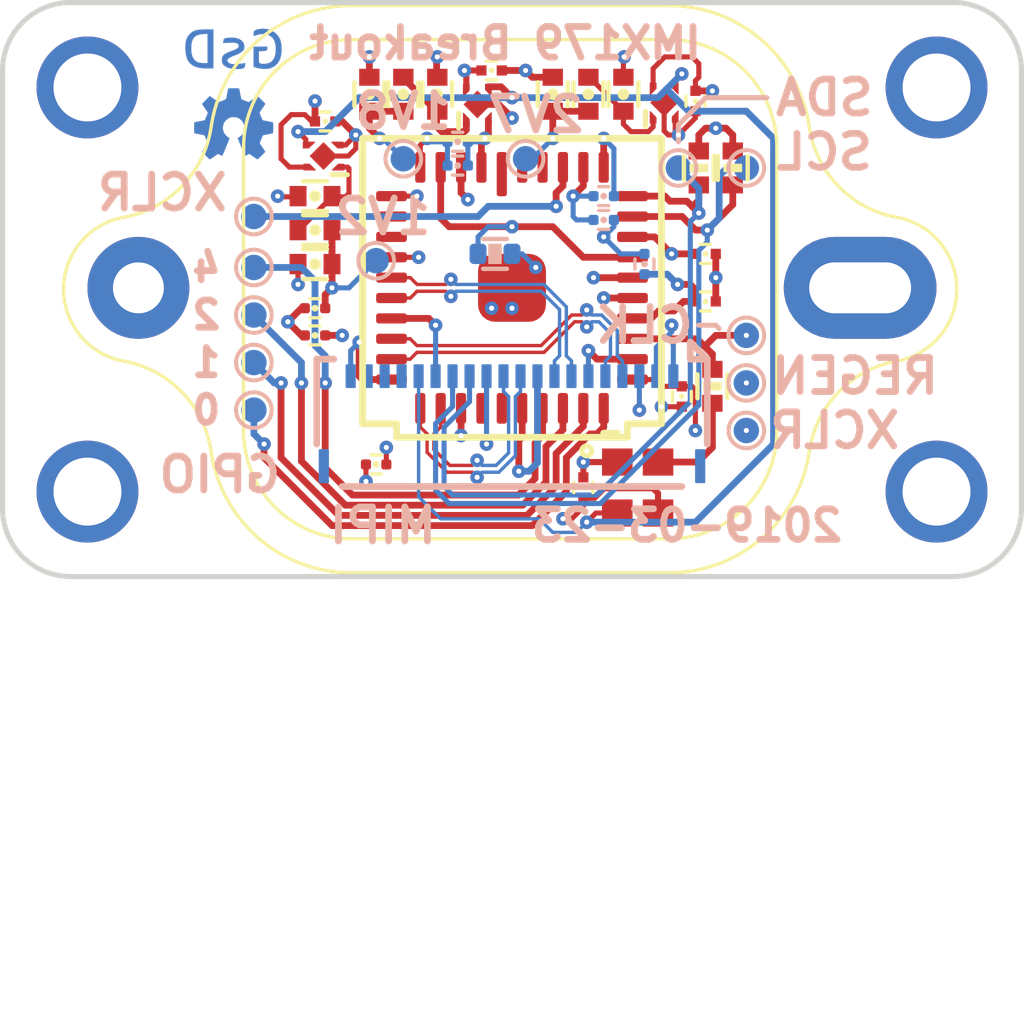
<source format=kicad_pcb>
(kicad_pcb (version 20221018) (generator pcbnew)
  (layers (0 "F.Cu" signal) (1 "In1.Cu" signal) (2 "In2.Cu" signal) (31 "B.Cu" signal) (34 "B.Paste" user) (35 "F.Paste" user) (36 "B.SilkS" user "B.Silkscreen") (37 "F.SilkS" user "F.Silkscreen") (38 "B.Mask" user) (39 "F.Mask" user) (44 "Edge.Cuts" user))
  (net 0 "")
  (net 1 "+1V8")
  (net 2 "GND")
  (net 3 "+1V2")
  (net 4 "+2V7")
  (net 5 "/AGND")
  (net 6 "/CAM_SDA")
  (net 7 "/CAM_SCL")
  (net 8 "Net-(C1-Pad1)")
  (net 9 "Net-(C3-Pad1)")
  (net 10 "Net-(C9-Pad1)")
  (net 11 "Net-(R3-Pad1)")
  (net 12 "/ENABLE")
  (net 13 "+3V3")
  (net 14 "/GPIO2")
  (net 15 "/FPGA_IO_1")
  (net 16 "/FPGA_IO_2")
  (net 17 "/FPGA_IO_3")
  (net 18 "/CLK_P")
  (net 19 "/DATA0_P")
  (net 20 "/DATA0_N")
  (net 21 "/DATA1_P")
  (net 22 "/DATA1_N")
  (net 23 "/CLK_N")
  (net 24 "Net-(U3-Pad1)")
  (net 25 "Net-(U3-Pad40)")
  (net 26 "Net-(U3-Pad39)")
  (net 27 "Net-(U3-Pad8)")
  (net 28 "Net-(U3-Pad7)")
  (net 29 "Net-(U3-Pad20)")
  (net 30 "Net-(U3-Pad19)")
  (net 31 "/XSD")
  (net 32 "/GPIO0")
  (net 33 "/REGEN")
  (net 34 "/XCLR")
  (net 35 "/GPIO1")
  (net 36 "/GPIO3")
  (net 37 "/CLK_IN")
  (footprint "pkl_dipol:C_0201" (layer "F.Cu") (at 148.4 101.26 -90)
    (fp_text reference "C13" hide)
    (fp_text value "100nF" hide)
  )
  (footprint "pkl_dipol:R_0402" (layer "F.Cu") (at 152.2 98.28 90)
    (fp_text reference "R3" hide)
    (fp_text value "22R" hide)
  )
  (footprint "gkl_time:CDFN3225-4LD-PL-1" (layer "F.Cu") (at 150 101.26 -90)
    (fp_text reference "U5" hide)
    (fp_text value "24.00 MHz" hide)
  )
  (footprint "TestPoint:TestPoint_Loop_D3.80mm_Drill2.0mm" (layer "F.Cu") (at 135.3 95.38)
    (fp_text reference "REF**" hide)
    (fp_text value "Drill" hide)
  )
  (footprint "TestPoint:TestPoint_Loop_D3.80mm_Drill2.0mm" (layer "F.Cu") (at 158.05 95.38)
    (fp_text reference "REF**" hide)
    (fp_text value "Drill" hide)
  )
  (footprint "TestPoint:TestPoint_Loop_D3.80mm_Drill2.0mm" (layer "F.Cu") (at 133.8 89.48)
    (fp_text reference "REF**" hide)
    (fp_text value "Drill" hide)
  )
  (footprint "TestPoint:TestPoint_Loop_D3.80mm_Drill2.0mm" (layer "F.Cu") (at 158.8 89.48)
    (fp_text reference "REF**" hide)
    (fp_text value "Drill" hide)
  )
  (footprint "pkl_dipol:C_0201" (layer "F.Cu") (at 140.5 96.78 180)
    (fp_text reference "C19" hide)
    (fp_text value "100nF" hide)
  )
  (footprint "pkl_dipol:C_0201" (layer "F.Cu") (at 142.3 100.58)
    (fp_text reference "C21" hide)
    (fp_text value "100nF" hide)
  )
  (footprint "pkl_dipol:C_0201" (layer "F.Cu") (at 140.5 95.98 180)
    (fp_text reference "C25" hide)
    (fp_text value "100nF" hide)
  )
  (footprint "gkl_image:PLCC-40_sony" (layer "F.Cu") (at 146.3 95.38)
    (fp_text reference "U3" hide)
    (fp_text value "imx179-plcc40" hide)
  )
  (footprint "pkl_dipol:C_0402" (layer "F.Cu") (at 148.55 89.68 90)
    (fp_text reference "L3" hide)
    (fp_text value "600R" hide)
  )
  (footprint "pkl_dipol:C_0201" (layer "F.Cu") (at 152 95.78)
    (fp_text reference "C12" hide)
    (fp_text value "100nF" hide)
  )
  (footprint "pkl_dipol:C_0402" (layer "F.Cu") (at 149.58 89.68 90)
    (fp_text reference "C9" hide)
    (fp_text value "1uF" hide)
  )
  (footprint "pkl_dipol:C_0201" (layer "F.Cu") (at 151.3 98.58 -90)
    (fp_text reference "C7" hide)
    (fp_text value "100nF" hide)
  )
  (footprint "pkl_dipol:C_0402" (layer "F.Cu") (at 140.5 93.68 180)
    (fp_text reference "L1" hide)
    (fp_text value "600R" hide)
  )
  (footprint "pkl_dipol:C_0402" (layer "F.Cu") (at 140.5 94.68 180)
    (fp_text reference "C5" hide)
    (fp_text value "1uF" hide)
  )
  (footprint "pkl_dipol:C_0402" (layer "F.Cu") (at 142.1 89.68 90)
    (fp_text reference "C10" hide)
    (fp_text value "1uF" hide)
  )
  (footprint "gkl_housings_son:X2SON_4_1.0x1.0mm" (layer "F.Cu") (at 145.28 89.98 90)
    (fp_text reference "U2" hide)
    (fp_text value "NCP167-180" hide)
  )
  (footprint "pkl_dipol:C_0201" (layer "F.Cu") (at 152 94.38)
    (fp_text reference "C14" hide)
    (fp_text value "100nF" hide)
  )
  (footprint "pkl_dipol:C_0402" (layer "F.Cu") (at 147.5 89.68 90)
    (fp_text reference "C11" hide)
    (fp_text value "1uF" hide)
  )
  (footprint "pkl_dipol:C_0201" (layer "F.Cu") (at 140.8 90.48)
    (fp_text reference "C15" hide)
    (fp_text value "100nF" hide)
  )
  (footprint "gkl_housings_son:X2SON_4_1.0x1.0mm" (layer "F.Cu") (at 150.78 89.93 90)
    (fp_text reference "U4" hide)
    (fp_text value "NCP167-270" hide)
  )
  (footprint "gkl_housings_son:X2SON_4_1.0x1.0mm" (layer "F.Cu") (at 140.75 91.5 180)
    (fp_text reference "U1" hide)
    (fp_text value "NCP114-120" hide)
  )
  (footprint "pkl_dipol:C_0201" (layer "F.Cu") (at 151.7 89.88 -90)
    (fp_text reference "C17" hide)
    (fp_text value "100nF" hide)
  )
  (footprint "pkl_dipol:C_0201" (layer "F.Cu") (at 145.7 88.98)
    (fp_text reference "C16" hide)
    (fp_text value "100nF" hide)
  )
  (footprint "pkl_dipol:C_0402" (layer "F.Cu") (at 144.1 89.68 90)
    (fp_text reference "C1" hide)
    (fp_text value "1uF" hide)
  )
  (footprint "pkl_dipol:C_0402" (layer "F.Cu") (at 140.5 92.68 180)
    (fp_text reference "C3" hide)
    (fp_text value "1uF" hide)
  )
  (footprint "TestPoint:TestPoint_Loop_D3.80mm_Drill2.0mm" (layer "F.Cu") (at 133.8 101.38)
    (fp_text reference "REF**" hide)
    (fp_text value "Drill" hide)
  )
  (footprint "TestPoint:TestPoint_Loop_D3.80mm_Drill2.0mm" (layer "F.Cu") (at 158.8 101.38)
    (fp_text reference "REF**" hide)
    (fp_text value "Drill" hide)
  )
  (footprint "pkl_dipol:C_0402" (layer "F.Cu") (at 143.1 89.68 90)
    (fp_text reference "L2" hide)
    (fp_text value "600R" hide)
  )
  (footprint "pkl_dipol:R_0402" (layer "F.Cu") (at 151.8 91.85 -90)
    (fp_text reference "R2" hide)
    (fp_text value "2.2K" hide)
  )
  (footprint "pkl_dipol:R_0402" (layer "F.Cu") (at 152.8 91.85 -90)
    (fp_text reference "R1" hide)
    (fp_text value "2.2K" hide)
  )
  (footprint "TestPoint:TestPoint_Pad_D1.0mm" (layer "B.Cu") (at 153.2 91.85)
    (fp_text reference "REF**" hide)
    (fp_text value "tp1" hide)
  )
  (footprint "TestPoint:TestPoint_Pad_D1.0mm" (layer "B.Cu") (at 151.2 91.85)
    (fp_text reference "REF**" hide)
    (fp_text value "tp1" hide)
  )
  (footprint "pkl_dipol:C_0201" (layer "B.Cu") (at 144.7 91.08)
    (fp_text reference "C18" hide)
    (fp_text value "100nF" hide)
  )
  (footprint "pkl_dipol:C_0201" (layer "B.Cu") (at 150.2 94.68 90)
    (fp_text reference "C20" hide)
    (fp_text value "100nF" hide)
  )
  (footprint "pkl_dipol:C_0201" (layer "B.Cu") (at 149 93.38)
    (fp_text reference "C22" hide)
    (fp_text value "100nF" hide)
  )
  (footprint "pkl_dipol:C_0201" (layer "B.Cu") (at 149 92.68)
    (fp_text reference "C23" hide)
    (fp_text value "100nF" hide)
  )
  (footprint "pkl_dipol:C_0201" (layer "B.Cu") (at 144.7 91.78)
    (fp_text reference "C24" hide)
    (fp_text value "100nF" hide)
  )
  (footprint "pkl_dipol:R_0402" (layer "B.Cu") (at 145.8 94.38)
    (fp_text reference "R4" hide)
    (fp_text value "0R" hide)
  )
  (footprint "TestPoint:TestPoint_Pad_D1.0mm" (layer "B.Cu") (at 142.3 94.58)
    (fp_text reference "REF**" hide)
    (fp_text value "tp1" hide)
  )
  (footprint "TestPoint:TestPoint_Pad_D1.0mm" (layer "B.Cu") (at 146.7 91.58)
    (fp_text reference "REF**" hide)
    (fp_text value "tp1" hide)
  )
  (footprint "TestPoint:TestPoint_Pad_D1.0mm" (layer "B.Cu") (at 143.1 91.58)
    (fp_text reference "REF**" hide)
    (fp_text value "tp1" hide)
  )
  (footprint "TestPoint:TestPoint_Pad_D1.0mm" (layer "B.Cu") (at 153.2 96.78)
    (fp_text reference "REF**" hide)
    (fp_text value "tp1" hide)
  )
  (footprint "gkl_logos:gsd_logo_small" (layer "B.Cu") (at 138.1 88.43 180)
    (fp_text reference "G***" hide)
    (fp_text value "LOGO" hide)
  )
  (footprint "gkl_logos:oshw_small" (layer "B.Cu") (at 138.1 90.58 180)
    (fp_text reference "G***" hide)
    (fp_text value "LOGO" hide)
  )
  (footprint "5034802000" (layer "B.Cu") (at 146.3 97.98 180)
    (fp_text reference "J1" hide)
    (fp_text value "Conn_01x20" hide)
  )
  (footprint "TestPoint:TestPoint_Pad_D1.0mm" (layer "B.Cu") (at 138.7 93.28)
    (fp_text reference "REF**" hide)
    (fp_text value "tp1" hide)
  )
  (footprint "TestPoint:TestPoint_Pad_D1.0mm" (layer "B.Cu") (at 138.7 94.78)
    (fp_text reference "REF**" hide)
    (fp_text value "tp1" hide)
  )
  (footprint "TestPoint:TestPoint_Pad_D1.0mm" (layer "B.Cu") (at 138.7 96.18)
    (fp_text reference "REF**" hide)
    (fp_text value "tp1" hide)
  )
  (footprint "TestPoint:TestPoint_Pad_D1.0mm" (layer "B.Cu") (at 138.7 97.58)
    (fp_text reference "REF**" hide)
    (fp_text value "tp1" hide)
  )
  (footprint "TestPoint:TestPoint_Pad_D1.0mm" (layer "B.Cu") (at 138.7 98.98)
    (fp_text reference "REF**" hide)
    (fp_text value "tp1" hide)
  )
  (footprint "TestPoint:TestPoint_Pad_D1.0mm" (layer "B.Cu") (at 153.2 98.18)
    (fp_text reference "REF**" hide)
    (fp_text value "tp1" hide)
  )
  (footprint "TestPoint:TestPoint_Pad_D1.0mm" (layer "B.Cu") (at 153.2 99.58)
    (fp_text reference "REF**" hide)
    (fp_text value "tp1" hide)
  )
  (gr_line (start 151.2 90.58) (end 151.2 91.08) (stroke (width 0.15)) (layer "B.SilkS"))
  (gr_line (start 152 89.78) (end 151.2 90.58) (stroke (width 0.15)) (layer "B.SilkS"))
  (gr_line (start 151.8 96.48) (end 152.3 96.48) (stroke (width 0.15)) (layer "B.SilkS"))
  (gr_line (start 152.3 96.48) (end 152.4 96.58) (stroke (width 0.15)) (layer "B.SilkS"))
  (gr_line (start 153.8 89.78) (end 152 89.78) (stroke (width 0.15)) (layer "B.SilkS"))
  (gr_arc (start 150.922427 88.070039) (mid 153.167491 88.999975) (end 154.097427 91.245039) (stroke (width 0.1)) (layer "F.SilkS"))
  (gr_arc (start 157.629956 93.304343) (mid 155.912548 92.387195) (end 155.053363 90.640068) (stroke (width 0.1)) (layer "F.SilkS"))
  (gr_arc (start 150.922427 87.070039) (mid 153.652342 88.086212) (end 155.053363 90.640068) (stroke (width 0.1)) (layer "F.SilkS"))
  (gr_line (start 141.572427 103.770039) (end 150.922427 103.770039) (stroke (width 0.1)) (layer "F.SilkS"))
  (gr_arc (start 155.053363 100.20001) (mid 155.912548 98.452883) (end 157.629956 97.535735) (stroke (width 0.1)) (layer "F.SilkS"))
  (gr_arc (start 137.441491 90.640068) (mid 136.582306 92.387195) (end 134.864898 93.304343) (stroke (width 0.1)) (layer "F.SilkS"))
  (gr_arc (start 141.572427 102.770039) (mid 139.327363 101.840103) (end 138.397427 99.595039) (stroke (width 0.1)) (layer "F.SilkS"))
  (gr_line (start 138.397427 99.595039) (end 138.397427 91.245039) (stroke (width 0.1)) (layer "F.SilkS"))
  (gr_arc (start 138.397427 91.245039) (mid 139.327363 88.999975) (end 141.572427 88.070039) (stroke (width 0.1)) (layer "F.SilkS"))
  (gr_arc (start 134.864898 97.535735) (mid 136.582306 98.452883) (end 137.441491 100.20001) (stroke (width 0.1)) (layer "F.SilkS"))
  (gr_line (start 150.922427 102.770039) (end 141.572427 102.770039) (stroke (width 0.1)) (layer "F.SilkS"))
  (gr_line (start 154.097427 91.245039) (end 154.097427 99.595039) (stroke (width 0.1)) (layer "F.SilkS"))
  (gr_arc (start 134.864898 97.535735) (mid 133.097427 95.420039) (end 134.864898 93.304343) (stroke (width 0.1)) (layer "F.SilkS"))
  (gr_arc (start 137.441491 90.640068) (mid 138.842512 88.086212) (end 141.572427 87.070039) (stroke (width 0.1)) (layer "F.SilkS"))
  (gr_circle (center 148.5 100.18) (end 148.55 100.23) (stroke (width 0.15)) (fill none) (layer "F.SilkS"))
  (gr_arc (start 157.629956 93.304343) (mid 159.397427 95.420039) (end 157.629956 97.535735) (stroke (width 0.1)) (layer "F.SilkS"))
  (gr_arc (start 155.053363 100.20001) (mid 153.652342 102.753866) (end 150.922427 103.770039) (stroke (width 0.1)) (layer "F.SilkS"))
  (gr_line (start 150.922427 87.070039) (end 141.572427 87.070039) (stroke (width 0.1)) (layer "F.SilkS"))
  (gr_line (start 141.572427 88.070039) (end 150.922427 88.070039) (stroke (width 0.1)) (layer "F.SilkS"))
  (gr_arc (start 141.572427 103.770039) (mid 138.842512 102.753866) (end 137.441491 100.20001) (stroke (width 0.1)) (layer "F.SilkS"))
  (gr_arc (start 154.097427 99.595039) (mid 153.167491 101.840103) (end 150.922427 102.770039) (stroke (width 0.1)) (layer "F.SilkS"))
  (gr_arc (start 159.3 86.979999) (mid 160.714214 87.565786) (end 161.300001 88.98) (stroke (width 0.15)) (layer "Edge.Cuts"))
  (gr_line (start 133.3 103.88) (end 159.3 103.88) (stroke (width 0.15)) (layer "Edge.Cuts"))
  (gr_arc (start 133.3 103.880001) (mid 131.885786 103.294214) (end 131.299999 101.88) (stroke (width 0.15)) (layer "Edge.Cuts"))
  (gr_arc (start 161.300001 101.88) (mid 160.714214 103.294214) (end 159.3 103.880001) (stroke (width 0.15)) (layer "Edge.Cuts"))
  (gr_arc (start 131.3 88.98) (mid 131.885786 87.565786) (end 133.3 86.98) (stroke (width 0.15)) (layer "Edge.Cuts"))
  (gr_line (start 159.3 86.98) (end 133.3 86.98) (stroke (width 0.15)) (layer "Edge.Cuts"))
  (gr_line (start 131.3 88.98) (end 131.299999 101.88) (stroke (width 0.15)) (layer "Edge.Cuts"))
  (gr_line (start 161.3 101.88) (end 161.3 88.98) (stroke (width 0.15)) (layer "Edge.Cuts"))
  (gr_text "SDA" (at 155.5 89.78) (layer "B.SilkS") (effects (font (size 1 1) (thickness 0.2)) (justify mirror)))
  (gr_text "IMX179 Breakout" (at 146.1 88.18) (layer "B.SilkS") (effects (font (size 0.9 0.9) (thickness 0.2)) (justify mirror)))
  (gr_text "1V2\n" (at 142.5 93.28) (layer "B.SilkS") (effects (font (size 1 1) (thickness 0.2)) (justify mirror)))
  (gr_text "1V8" (at 143.1 90.18) (layer "B.SilkS") (effects (font (size 1 1) (thickness 0.2)) (justify mirror)))
  (gr_text "2V7" (at 147 90.28) (layer "B.SilkS") (effects (font (size 1 1) (thickness 0.2)) (justify mirror)))
  (gr_text "MIPI" (at 142.5 102.38) (layer "B.SilkS") (effects (font (size 1 1) (thickness 0.2)) (justify mirror)))
  (gr_text "CLK\n" (at 150.2 96.48) (layer "B.SilkS") (effects (font (size 1 1) (thickness 0.2)) (justify mirror)))
  (gr_text "REGEN" (at 156.4 97.98) (layer "B.SilkS") (effects (font (size 1 1) (thickness 0.2)) (justify mirror)))
  (gr_text "XCLR" (at 155.8 99.58) (layer "B.SilkS") (effects (font (size 1 1) (thickness 0.2)) (justify mirror)))
  (gr_text "XCLR" (at 136 92.58) (layer "B.SilkS") (effects (font (size 1 1) (thickness 0.2)) (justify mirror)))
  (gr_text "GPIO" (at 137.7 100.88) (layer "B.SilkS") (effects (font (size 1 1) (thickness 0.2)) (justify mirror)))
  (gr_text "1" (at 137.3 97.58) (layer "B.SilkS") (effects (font (size 0.8 0.8) (thickness 0.2)) (justify mirror)))
  (gr_text "2" (at 137.3 96.18) (layer "B.SilkS") (effects (font (size 0.8 0.8) (thickness 0.2)) (justify mirror)))
  (gr_text "4" (at 137.3 94.78) (layer "B.SilkS") (effects (font (size 0.8 0.8) (thickness 0.2)) (justify mirror)))
  (gr_text "2019-03-23" (at 151.45 102.38) (layer "B.SilkS") (effects (font (size 0.9 0.9) (thickness 0.2)) (justify mirror)))
  (gr_text "SCL" (at 155.5 91.38) (layer "B.SilkS") (effects (font (size 1 1) (thickness 0.2)) (justify mirror)))
  (gr_text "0" (at 137.3 98.98) (layer "B.SilkS") (effects (font (size 0.8 0.8) (thickness 0.2)) (justify mirror)))
  (segment (start 150.4 96.28) (end 150.62071 96.05929) (width 0.2) (layer "F.Cu") (net 1))
  (segment (start 149.4 100.51) (end 148.4 100.51) (width 0.18) (layer "F.Cu") (net 1))
  (segment (start 152.8 91.35) (end 152.8 90.88) (width 0.2) (layer "F.Cu") (net 1))
  (segment (start 152.8 90.88) (end 152.6 90.68) (width 0.2) (layer "F.Cu") (net 1))
  (segment (start 148.4 100.96) (end 148.4 100.510012) (width 0.15) (layer "F.Cu") (net 1))
  (segment (start 152.6 90.68) (end 152.3 90.68) (width 0.2) (layer "F.Cu") (net 1))
  (segment (start 150.62071 96.05929) (end 151.07071 96.05929) (width 0.2) (layer "F.Cu") (net 1))
  (segment (start 140.8 96.78) (end 141.3 96.78) (width 0.2) (layer "F.Cu") (net 1))
  (segment (start 151.7 95.43) (end 151.7 95.78) (width 0.2) (layer "F.Cu") (net 1))
  (segment (start 152 90.68) (end 152.3 90.68) (width 0.2) (layer "F.Cu") (net 1))
  (segment (start 151.07071 96.05929) (end 151.35 95.78) (width 0.2) (layer "F.Cu") (net 1))
  (segment (start 142.1 90.68) (end 142.4 90.98) (width 0.2) (layer "F.Cu") (net 1))
  (segment (start 148.4 100.51) (end 148.4 100.96) (width 0.18) (layer "F.Cu") (net 1))
  (segment (start 142.1 90.18) (end 143.1 90.18) (width 0.2) (layer "F.Cu") (net 1))
  (segment (start 151.8 91.35) (end 151.8 90.88) (width 0.2) (layer "F.Cu") (net 1))
  (segment (start 142.1 90.18) (end 142.1 90.68) (width 0.2) (layer "F.Cu") (net 1))
  (segment (start 142 100.58) (end 142 101.08) (width 0.15) (layer "F.Cu") (net 1))
  (segment (start 151.55 95.28) (end 151.7 95.43) (width 0.2) (layer "F.Cu") (net 1))
  (segment (start 151.175 95.28) (end 151.55 95.28) (width 0.2) (layer "F.Cu") (net 1))
  (segment (start 151.35 95.78) (end 151.7 95.78) (width 0.2) (layer "F.Cu") (net 1))
  (segment (start 149.8475 96.28) (end 150.4 96.28) (width 0.2) (layer "F.Cu") (net 1))
  (segment (start 151.8 90.88) (end 152 90.68) (width 0.2) (layer "F.Cu") (net 1))
  (via (at 152.3 90.68) (size 0.4) (drill 0.15) (layers "F.Cu" "B.Cu") (net 1))
  (via (at 141.3 96.78) (size 0.4) (drill 0.15) (layers "F.Cu" "B.Cu") (net 1))
  (via (at 142.4 90.98) (size 0.4) (drill 0.15) (layers "F.Cu" "B.Cu") (net 1))
  (via (at 151.175 95.28) (size 0.4) (drill 0.15) (layers "F.Cu" "B.Cu") (net 1))
  (via (at 148.4 100.510012) (size 0.4) (drill 0.15) (layers "F.Cu" "B.Cu") (net 1))
  (via (at 142 101.08) (size 0.4) (drill 0.15) (layers "F.Cu" "B.Cu") (net 1))
  (segment (start 150.2 94.98) (end 150.875 94.98) (width 0.2) (layer "B.Cu") (net 1))
  (segment (start 150.875 94.98) (end 151.175 95.28) (width 0.2) (layer "B.Cu") (net 1))
  (segment (start 142.4 90.98) (end 142.5 90.98) (width 0.15) (layer "B.Cu") (net 1))
  (segment (start 142.5 90.98) (end 143.1 91.58) (width 0.15) (layer "B.Cu") (net 1))
  (segment (start 143.85 96.28) (end 144.05 96.48) (width 0.2) (layer "F.Cu") (net 2))
  (segment (start 148.4 101.840933) (end 148.060933 102.18) (width 0.15) (layer "F.Cu") (net 2))
  (segment (start 149.8475 97.48) (end 148.8 97.48) (width 0.2) (layer "F.Cu") (net 2))
  (segment (start 141.25 91.175) (end 141.405 91.175) (width 0.15) (layer "F.Cu") (net 2))
  (segment (start 146.5 100.78) (end 146.5 99.88) (width 0.2) (layer "F.Cu") (net 2))
  (segment (start 144.08 89.18) (end 144.08 88.6) (width 0.2) (layer "F.Cu") (net 2))
  (segment (start 146.5 99.88) (end 146.6 99.78) (width 0.2) (layer "F.Cu") (net 2))
  (segment (start 149.58 88.6) (end 149.6 88.58) (width 0.15) (layer "F.Cu") (net 2))
  (segment (start 142.7525 94.48) (end 143.55 94.48) (width 0.15) (layer "F.Cu") (net 2))
  (segment (start 139.42 92.7) (end 139.4 92.68) (width 0.15) (layer "F.Cu") (net 2))
  (segment (start 141.8 97.98) (end 141.8 97.262842) (width 0.2) (layer "F.Cu") (net 2))
  (segment (start 150.78 89.93) (end 150.78 90.76) (width 0.15) (layer "F.Cu") (net 2))
  (segment (start 146.9 89.18) (end 146.7 88.98) (width 0.2) (layer "F.Cu") (net 2))
  (segment (start 145.4 91.08) (end 145.5 90.98) (width 0.2) (layer "F.Cu") (net 2))
  (segment (start 150.6 102.01) (end 150.6 101.43) (width 0.18) (layer "F.Cu") (net 2))
  (segment (start 146 88.98) (end 146.7 88.98) (width 0.2) (layer "F.Cu") (net 2))
  (segment (start 152.3 94.38) (end 152.3 95.08) (width 0.2) (layer "F.Cu") (net 2))
  (segment (start 150.6 101.43) (end 150.45 101.28) (width 0.18) (layer "F.Cu") (net 2))
  (segment (start 149.01 101.28) (end 148.73 101.56) (width 0.18) (layer "F.Cu") (net 2))
  (segment (start 142.7525 98.08) (end 141.9 98.08) (width 0.2) (layer "F.Cu") (net 2))
  (segment (start 141.8 97.262842) (end 141.8 96.98) (width 0.2) (layer "F.Cu") (net 2))
  (segment (start 141.1 90.48) (end 141.3 90.48) (width 0.2) (layer "F.Cu") (net 2))
  (segment (start 151.105 90.43) (end 151.105 90.785) (width 0.15) (layer "F.Cu") (net 2))
  (segment (start 148.73 101.56) (end 148.4 101.56) (width 0.18) (layer "F.Cu") (net 2))
  (segment (start 141.7 91.28) (end 141.7 90.88) (width 0.15) (layer "F.Cu") (net 2))
  (segment (start 147.5 89.18) (end 146.9 89.18) (width 0.2) (layer "F.Cu") (net 2))
  (segment (start 142.1 89.18) (end 142.1 88.58) (width 0.2) (layer "F.Cu") (net 2))
  (segment (start 149 91.8325) (end 149 90.98) (width 0.2) (layer "F.Cu") (net 2))
  (segment (start 145.4 91.8325) (end 145.4 91.08) (width 0.2) (layer "F.Cu") (net 2))
  (segment (start 149.58 89.18) (end 149.58 88.6) (width 0.15) (layer "F.Cu") (net 2))
  (segment (start 151.3 98.88) (end 150.7 98.88) (width 0.15) (layer "F.Cu") (net 2))
  (segment (start 141.3 90.48) (end 141.7 90.88) (width 0.2) (layer "F.Cu") (net 2))
  (segment (start 150.9 90.88) (end 151.2 90.88) (width 0.15) (layer "F.Cu") (net 2))
  (segment (start 150.45 101.28) (end 149.01 101.28) (width 0.18) (layer "F.Cu") (net 2))
  (segment (start 152.3 95.78) (end 152.3 95.08) (width 0.2) (layer "F.Cu") (net 2))
  (segment (start 151.7 90.38) (end 151.2 90.88) (width 0.15) (layer "F.Cu") (net 2))
  (segment (start 145.907998 89.98) (end 146.3 90.372002) (width 0.2) (layer "F.Cu") (net 2))
  (segment (start 142.6 100.58) (end 142.6 100.08) (width 0.15) (layer "F.Cu") (net 2))
  (segment (start 145.605 90.875) (end 145.5 90.98) (width 0.2) (layer "F.Cu") (net 2))
  (segment (start 141.405 91.175) (end 141.7 90.88) (width 0.15) (layer "F.Cu") (net 2))
  (segment (start 140.1 96.78) (end 139.7 96.38) (width 0.2) (layer "F.Cu") (net 2))
  (segment (start 140.1 95.98) (end 139.7 96.38) (width 0.2) (layer "F.Cu") (net 2))
  (segment (start 144.08 88.6) (end 144.1 88.58) (width 0.2) (layer "F.Cu") (net 2))
  (segment (start 145.605 90.48) (end 145.605 90.875) (width 0.2) (layer "F.Cu") (net 2))
  (segment (start 148.8 97.48) (end 148.55 97.23) (width 0.2) (layer "F.Cu") (net 2))
  (segment (start 140.000001 92.7) (end 139.42 92.7) (width 0.15) (layer "F.Cu") (net 2))
  (segment (start 151.7 90.18) (end 151.7 90.38) (width 0.15) (layer "F.Cu") (net 2))
  (segment (start 145.28 89.98) (end 145.907998 89.98) (width 0.2) (layer "F.Cu") (net 2))
  (segment (start 140 95.279992) (end 139.999992 95.28) (width 0.15) (layer "F.Cu") (net 2))
  (segment (start 141.9 98.08) (end 141.8 97.98) (width 0.2) (layer "F.Cu") (net 2))
  (segment (start 150.78 90.76) (end 150.9 90.88) (width 0.15) (layer "F.Cu") (net 2))
  (segment (start 140.2 96.78) (end 140.1 96.78) (width 0.2) (layer "F.Cu") (net 2))
  (segment (start 144.8 98.9275) (end 144.8 99.73) (width 0.2) (layer "F.Cu") (net 2))
  (segment (start 146.6 98.9275) (end 146.6 99.78) (width 0.2) (layer "F.Cu") (net 2))
  (segment (start 140 94.68) (end 140 95.279992) (width 0.15) (layer "F.Cu") (net 2))
  (segment (start 142.7525 96.28) (end 143.85 96.28) (width 0.2) (layer "F.Cu") (net 2))
  (segment (start 148.060933 102.18) (end 147.8 102.18) (width 0.15) (layer "F.Cu") (net 2))
  (segment (start 140.2 95.98) (end 140.1 95.98) (width 0.2) (layer "F.Cu") (net 2))
  (segment (start 148.4 101.56) (end 148.4 101.840933) (width 0.15) (layer "F.Cu") (net 2))
  (segment (start 142.7525 92.68) (end 143.5 92.68) (width 0.15) (layer "F.Cu") (net 2))
  (segment (start 151.105 90.785) (end 151.2 90.88) (width 0.15) (layer "F.Cu") (net 2))
  (segment (start 140.75 91.5) (end 141.48 91.5) (width 0.15) (layer "F.Cu") (net 2))
  (segment (start 141.48 91.5) (end 141.7 91.28) (width 0.15) (layer "F.Cu") (net 2))
  (segment (start 146.3 90.372002) (end 146.3 90.38) (width 0.2) (layer "F.Cu") (net 2))
  (via (at 152.3 95.08) (size 0.4) (drill 0.15) (layers "F.Cu" "B.Cu") (net 2))
  (via (at 150.7 98.88) (size 0.4) (drill 0.15) (layers "F.Cu" "B.Cu") (net 2))
  (via (at 146.3 95.98) (size 0.4) (drill 0.15) (layers "F.Cu" "B.Cu") (net 2))
  (via (at 149 90.98) (size 0.4) (drill 0.15) (layers "F.Cu" "B.Cu") (net 2))
  (via (at 141.8 96.98) (size 0.4) (drill 0.15) (layers "F.Cu" "B.Cu") (net 2))
  (via (at 143.55 94.48) (size 0.4) (drill 0.15) (layers "F.Cu" "B.Cu") (net 2))
  (via (at 147 94.78) (size 0.4) (drill 0.15) (layers "F.Cu" "B.Cu") (net 2))
  (via (at 143.5 92.68) (size 0.4) (drill 0.15) (layers "F.Cu" "B.Cu") (net 2))
  (via (at 142.1 88.58) (size 0.4) (drill 0.15) (layers "F.Cu" "B.Cu") (net 2))
  (via (at 145.7 95.98) (size 0.4) (drill 0.15) (layers "F.Cu" "B.Cu") (net 2))
  (via (at 147.8 102.18) (size 0.4) (drill 0.15) (layers "F.Cu" "B.Cu") (net 2))
  (via (at 150.05 98.98) (size 0.4) (drill 0.15) (layers "F.Cu" "B.Cu") (net 2))
  (via (at 148.55 97.23) (size 0.4) (drill 0.15) (layers "F.Cu" "B.Cu") (net 2))
  (via (at 145.55 99.98) (size 0.4) (drill 0.15) (layers "F.Cu" "B.Cu") (net 2))
  (via (at 145.5 90.98) (size 0.4) (drill 0.15) (layers "F.Cu" "B.Cu") (net 2))
  (via (at 146.7 88.98) (size 0.4) (drill 0.15) (layers "F.Cu" "B.Cu") (net 2))
  (via (at 144.1 88.58) (size 0.4) (drill 0.15) (layers "F.Cu" "B.Cu") (net 2))
  (via (at 149.6 88.58) (size 0.4) (drill 0.15) (layers "F.Cu" "B.Cu") (net 2))
  (via (at 146.3 90.38) (size 0.4) (drill 0.15) (layers "F.Cu" "B.Cu") (net 2))
  (via (at 151.2 90.88) (size 0.4) (drill 0.15) (layers "F.Cu" "B.Cu") (net 2))
  (via (at 142.6 100.08) (size 0.4) (drill 0.15) (layers "F.Cu" "B.Cu") (net 2))
  (via (at 144.8 99.73) (size 0.4) (drill 0.15) (layers "F.Cu" "B.Cu") (net 2))
  (via (at 139.999992 95.28) (size 0.4) (drill 0.15) (layers "F.Cu" "B.Cu") (net 2))
  (via (at 139.4 92.68) (size 0.4) (drill 0.15) (layers "F.Cu" "B.Cu") (net 2))
  (via (at 139.7 96.38) (size 0.4) (drill 0.15) (layers "F.Cu" "B.Cu") (net 2))
  (via (at 149 93.88) (size 0.4) (drill 0.15) (layers "F.Cu" "B.Cu") (net 2))
  (via (at 146.5 100.78) (size 0.4) (drill 0.15) (layers "F.Cu" "B.Cu") (net 2))
  (via (at 144.05 96.48) (size 0.4) (drill 0.15) (layers "F.Cu" "B.Cu") (net 2))
  (via (at 141.7 90.88) (size 0.4) (drill 0.15) (layers "F.Cu" "B.Cu") (net 2))
  (segment (start 148.55 97.98) (end 148.55 97.23) (width 0.15) (layer "B.Cu") (net 2))
  (segment (start 149.3 91.28) (end 149 90.98) (width 0.15) (layer "B.Cu") (net 2))
  (segment (start 144.05 97.98) (end 144.05 96.48) (width 0.15) (layer "B.Cu") (net 2))
  (segment (start 145.55 97.98) (end 145.55 99.98) (width 0.15) (layer "B.Cu") (net 2))
  (segment (start 145 91.28) (end 145 91.08) (width 0.15) (layer "B.Cu") (net 2))
  (segment (start 145.4 91.08) (end 145.5 90.98) (width 0.15) (layer "B.Cu") (net 2))
  (segment (start 150.2 94.38) (end 149.5 94.38) (width 0.15) (layer "B.Cu") (net 2))
  (segment (start 141.55 97.23) (end 141.8 96.98) (width 0.15) (layer "B.Cu") (net 2))
  (segment (start 145 91.08) (end 145.4 91.08) (width 0.15) (layer "B.Cu") (net 2))
  (segment (start 149.5 94.38) (end 149 93.88) (width 0.15) (layer "B.Cu") (net 2))
  (segment (start 149.3 92.68) (end 149.3 91.28) (width 0.15) (layer "B.Cu") (net 2))
  (segment (start 146.3 94.38) (end 146.6 94.38) (width 0.15) (layer "B.Cu") (net 2))
  (segment (start 149.3 93.38) (end 149.3 93.58) (width 0.15) (layer "B.Cu") (net 2))
  (segment (start 141.55 97.98) (end 141.55 97.23) (width 0.15) (layer "B.Cu") (net 2))
  (segment (start 146.6 94.38) (end 147 94.78) (width 0.15) (layer "B.Cu") (net 2))
  (segment (start 146.8 100.78) (end 146.5 100.78) (width 0.2) (layer "B.Cu") (net 2))
  (segment (start 145 91.78) (end 145 91.28) (width 0.15) (layer "B.Cu") (net 2))
  (segment (start 149.3 93.58) (end 149 93.88) (width 0.15) (layer "B.Cu") (net 2))
  (segment (start 147.05 100.53) (end 146.8 100.78) (width 0.2) (layer "B.Cu") (net 2))
  (segment (start 147.05 97.98) (end 147.05 100.53) (width 0.2) (layer "B.Cu") (net 2))
  (segment (start 150.05 97.98) (end 150.05 98.98) (width 0.15) (layer "B.Cu") (net 2))
  (segment (start 141 94.68) (end 141 94.38) (width 0.15) (layer "F.Cu") (net 3))
  (segment (start 150.7 98.28) (end 151.3 98.28) (width 0.15) (layer "F.Cu") (net 3))
  (segment (start 141 95.18) (end 141 95.38) (width 0.15) (layer "F.Cu") (net 3))
  (segment (start 151.3 98.28) (end 151.6 98.28) (width 0.15) (layer "F.Cu") (net 3))
  (segment (start 141 94.68) (end 141 95.18) (width 0.2) (layer "F.Cu") (net 3))
  (segment (start 141 94.68) (end 141 93.68) (width 0.2) (layer "F.Cu") (net 3))
  (segment (start 143.6 91.8325) (end 143.6 91.18) (width 0.15) (layer "F.Cu") (net 3))
  (segment (start 140.8 95.98) (end 140.8 95.58) (width 0.2) (layer "F.Cu") (net 3))
  (segment (start 151.6 98.28) (end 151.7 98.38) (width 0.15) (layer "F.Cu") (net 3))
  (segment (start 140.8 95.58) (end 141 95.38) (width 0.2) (layer "F.Cu") (net 3))
  (segment (start 150.5 98.08) (end 150.7 98.28) (width 0.15) (layer "F.Cu") (net 3))
  (segment (start 141 94.68) (end 141 95.38) (width 0.2) (layer "F.Cu") (net 3))
  (segment (start 148.1 92.68) (end 148.4 92.38) (width 0.2) (layer "F.Cu") (net 3))
  (segment (start 143.6 91.18) (end 143.8 90.98) (width 0.15) (layer "F.Cu") (net 3))
  (segment (start 141 93.68) (end 141 94.38) (width 0.2) (layer "F.Cu") (net 3))
  (segment (start 149.8475 98.08) (end 150.5 98.08) (width 0.15) (layer "F.Cu") (net 3))
  (segment (start 151.7 98.38) (end 151.7 99.58) (width 0.15) (layer "F.Cu") (net 3))
  (segment (start 148.4 92.38) (end 148.4 91.8325) (width 0.2) (layer "F.Cu") (net 3))
  (via (at 141 95.38) (size 0.4) (drill 0.15) (layers "F.Cu" "B.Cu") (net 3))
  (via (at 143.8 90.98) (size 0.4) (drill 0.15) (layers "F.Cu" "B.Cu") (net 3))
  (via (at 148.1 92.68) (size 0.4) (drill 0.15) (layers "F.Cu" "B.Cu") (net 3))
  (via (at 151.7 99.58) (size 0.4) (drill 0.15) (layers "F.Cu" "B.Cu") (net 3))
  (segment (start 148.2 93.38) (end 148.5 93.38) (width 0.15) (layer "B.Cu") (net 3))
  (segment (start 144.4 91.08) (end 143.9 91.08) (width 0.15) (layer "B.Cu") (net 3))
  (segment (start 148.1 92.68) (end 148.7 92.68) (width 0.15) (layer "B.Cu") (net 3))
  (segment (start 148.1 93.28) (end 148.2 93.38) (width 0.15) (layer "B.Cu") (net 3))
  (segment (start 141.5 95.38) (end 142.3 94.58) (width 0.15) (layer "B.Cu") (net 3))
  (segment (start 143.9 91.08) (end 143.8 90.98) (width 0.15) (layer "B.Cu") (net 3))
  (segment (start 148.1 92.68) (end 148.1 93.28) (width 0.15) (layer "B.Cu") (net 3))
  (segment (start 141 95.38) (end 141.5 95.38) (width 0.15) (layer "B.Cu") (net 3))
  (segment (start 144.4 91.78) (end 144.4 91.08) (width 0.15) (layer "B.Cu") (net 3))
  (segment (start 148.5 93.38) (end 148.7 93.38) (width 0.15) (layer "B.Cu") (net 3))
  (segment (start 147.5 90.18) (end 148.55 90.18) (width 0.2) (layer "F.Cu") (net 4))
  (segment (start 150.5 93.88) (end 151 94.38) (width 0.2) (layer "F.Cu") (net 4))
  (segment (start 147.5 90.18) (end 147.5 90.98) (width 0.2) (layer "F.Cu") (net 4))
  (segment (start 144.8 91.8325) (end 144.8 92.58) (width 0.2) (layer "F.Cu") (net 4))
  (segment (start 144.8 92.58) (end 145 92.78) (width 0.2) (layer "F.Cu") (net 4))
  (segment (start 149.8475 93.88) (end 150.5 93.88) (width 0.2) (layer "F.Cu") (net 4))
  (segment (start 151.7 94.38) (end 151 94.38) (width 0.2) (layer "F.Cu") (net 4))
  (via (at 145 92.78) (size 0.4) (drill 0.15) (layers "F.Cu" "B.Cu") (net 4))
  (via (at 151 94.38) (size 0.4) (drill 0.15) (layers "F.Cu" "B.Cu") (net 4))
  (via (at 147.5 90.98) (size 0.4) (drill 0.15) (layers "F.Cu" "B.Cu") (net 4))
  (segment (start 146.7 91.58) (end 146.9 91.58) (width 0.15) (layer "B.Cu") (net 4))
  (segment (start 146.9 91.58) (end 147.5 90.98) (width 0.15) (layer "B.Cu") (net 4))
  (segment (start 147.5 93.58) (end 146.3 93.58) (width 0.2) (layer "F.Cu") (net 5))
  (segment (start 148.4 94.48) (end 147.5 93.58) (width 0.2) (layer "F.Cu") (net 5))
  (segment (start 144.2 93.33) (end 144.45 93.58) (width 0.2) (layer "F.Cu") (net 5))
  (segment (start 144.45 93.58) (end 146.3 93.58) (width 0.2) (layer "F.Cu") (net 5))
  (segment (start 144.2 91.8325) (end 144.2 93.33) (width 0.2) (layer "F.Cu") (net 5))
  (segment (start 149.8475 94.48) (end 148.4 94.48) (width 0.2) (layer "F.Cu") (net 5))
  (via (at 146.3 93.58) (size 0.4) (drill 0.15) (layers "F.Cu" "B.Cu") (net 5))
  (segment (start 145.6 93.58) (end 145.3 93.88) (width 0.15) (layer "B.Cu") (net 5))
  (segment (start 145.3 94.38) (end 145.3 93.88) (width 0.15) (layer "B.Cu") (net 5))
  (segment (start 146.3 93.58) (end 145.6 93.58) (width 0.15) (layer "B.Cu") (net 5))
  (segment (start 150.95 92.83) (end 151.45 92.83) (width 0.2) (layer "F.Cu") (net 6))
  (segment (start 151.8 92.8) (end 151.625 92.975) (width 0.2) (layer "F.Cu") (net 6))
  (segment (start 151.5 92.88) (end 151.625 93.005) (width 0.2) (layer "F.Cu") (net 6))
  (segment (start 151.625 93.005) (end 151.8 93.18) (width 0.2) (layer "F.Cu") (net 6))
  (segment (start 151.45 92.83) (end 151.5 92.88) (width 0.2) (layer "F.Cu") (net 6))
  (segment (start 151.625 92.975) (end 151.625 93.005) (width 0.2) (layer "F.Cu") (net 6))
  (segment (start 149.8475 92.68) (end 150.8 92.68) (width 0.2) (layer "F.Cu") (net 6))
  (segment (start 150.8 92.68) (end 150.95 92.83) (width 0.2) (layer "F.Cu") (net 6))
  (segment (start 151.8 92.35) (end 151.8 92.8) (width 0.2) (layer "F.Cu") (net 6))
  (via (at 151.8 93.18) (size 0.4) (drill 0.15) (layers "F.Cu" "B.Cu") (net 6))
  (segment (start 145.05 98.73) (end 144.3 99.48) (width 0.15) (layer "B.Cu") (net 6))
  (segment (start 151.8 93.18) (end 151.8 92.45) (width 0.2) (layer "B.Cu") (net 6))
  (segment (start 144.3 99.48) (end 144.3 101.23) (width 0.15) (layer "B.Cu") (net 6))
  (segment (start 144.55 101.48) (end 148.8 101.48) (width 0.15) (layer "B.Cu") (net 6))
  (segment (start 151.55 93.43) (end 151.8 93.18) (width 0.15) (layer "B.Cu") (net 6))
  (segment (start 145.05 97.98) (end 145.05 98.73) (width 0.15) (layer "B.Cu") (net 6))
  (segment (start 144.3 101.23) (end 144.55 101.48) (width 0.15) (layer "B.Cu") (net 6))
  (segment (start 151.55 98.73) (end 151.55 93.43) (width 0.15) (layer "B.Cu") (net 6))
  (segment (start 151.8 92.45) (end 151.2 91.85) (width 0.2) (layer "B.Cu") (net 6))
  (segment (start 148.8 101.48) (end 151.55 98.73) (width 0.15) (layer "B.Cu") (net 6))
  (segment (start 152.05 93.68) (end 152.8 92.93) (width 0.2) (layer "F.Cu") (net 7))
  (segment (start 149.8475 93.28) (end 151.307998 93.28) (width 0.2) (layer "F.Cu") (net 7))
  (segment (start 151.767158 93.68) (end 152.05 93.68) (width 0.2) (layer "F.Cu") (net 7))
  (segment (start 151.707998 93.68) (end 151.767158 93.68) (width 0.2) (layer "F.Cu") (net 7))
  (segment (start 151.307998 93.28) (end 151.707998 93.68) (width 0.2) (layer "F.Cu") (net 7))
  (segment (start 152.8 92.93) (end 152.8 92.35) (width 0.2) (layer "F.Cu") (net 7))
  (via (at 152.05 93.68) (size 0.4) (drill 0.15) (layers "F.Cu" "B.Cu") (net 7))
  (segment (start 144.04999 101.333557) (end 144.446443 101.73001) (width 0.15) (layer "B.Cu") (net 7))
  (segment (start 152.4 92.08) (end 152.63 91.85) (width 0.2) (layer "B.Cu") (net 7))
  (segment (start 144.04999 99.376443) (end 144.04999 101.333557) (width 0.15) (layer "B.Cu") (net 7))
  (segment (start 152.4 93.33) (end 152.4 92.08) (width 0.2) (layer "B.Cu") (net 7))
  (segment (start 151.8 98.833566) (end 151.8 94.28) (width 0.15) (layer "B.Cu") (net 7))
  (segment (start 144.55 97.98) (end 144.55 98.876434) (width 0.15) (layer "B.Cu") (net 7))
  (segment (start 151.8 94.28) (end 152.05 94.03) (width 0.15) (layer "B.Cu") (net 7))
  (segment (start 152.05 93.68) (end 152.4 93.33) (width 0.2) (layer "B.Cu") (net 7))
  (segment (start 152.05 94.03) (end 152.05 93.68) (width 0.15) (layer "B.Cu") (net 7))
  (segment (start 144.446443 101.73001) (end 148.903556 101.73001) (width 0.15) (layer "B.Cu") (net 7))
  (segment (start 152.63 91.85) (end 153.2 91.85) (width 0.2) (layer "B.Cu") (net 7))
  (segment (start 148.903556 101.73001) (end 151.8 98.833566) (width 0.15) (layer "B.Cu") (net 7))
  (segment (start 144.55 98.876434) (end 144.04999 99.376443) (width 0.15) (layer "B.Cu") (net 7))
  (segment (start 144.9 90.78) (end 144.23 90.78) (width 0.2) (layer "F.Cu") (net 8))
  (segment (start 144.955 90.725) (end 144.9 90.78) (width 0.2) (layer "F.Cu") (net 8))
  (segment (start 144.955 90.5) (end 144.955 90.725) (width 0.2) (layer "F.Cu") (net 8))
  (segment (start 143.1 89.18) (end 143.1 89.2) (width 0.2) (layer "F.Cu") (net 8))
  (segment (start 144.08 90.63) (end 144.08 90.18) (width 0.2) (layer "F.Cu") (net 8))
  (segment (start 143.1 89.2) (end 144.08 90.18) (width 0.2) (layer "F.Cu") (net 8))
  (segment (start 144.23 90.78) (end 144.08 90.63) (width 0.2) (layer "F.Cu") (net 8))
  (segment (start 141.5 91.865) (end 141.5 92.600001) (width 0.15) (layer "F.Cu") (net 9))
  (segment (start 141.400001 92.7) (end 141.000001 92.7) (width 0.15) (layer "F.Cu") (net 9))
  (segment (start 141.46 91.825) (end 141.5 91.865) (width 0.15) (layer "F.Cu") (net 9))
  (segment (start 140.020001 93.68) (end 141.000001 92.7) (width 0.15) (layer "F.Cu") (net 9))
  (segment (start 141.27 91.825) (end 141.46 91.825) (width 0.15) (layer "F.Cu") (net 9))
  (segment (start 140 93.68) (end 140.020001 93.68) (width 0.15) (layer "F.Cu") (net 9))
  (segment (start 141.5 92.600001) (end 141.400001 92.7) (width 0.15) (layer "F.Cu") (net 9))
  (segment (start 150.455 90.45) (end 150.455 90.64) (width 0.15) (layer "F.Cu") (net 10))
  (segment (start 149.58 90.56) (end 149.58 90.18) (width 0.15) (layer "F.Cu") (net 10))
  (segment (start 148.58 89.18) (end 149.58 90.18) (width 0.15) (layer "F.Cu") (net 10))
  (segment (start 148.55 89.18) (end 148.58 89.18) (width 0.15) (layer "F.Cu") (net 10))
  (segment (start 149.8 90.78) (end 149.58 90.56) (width 0.15) (layer "F.Cu") (net 10))
  (segment (start 150.315 90.78) (end 149.8 90.78) (width 0.15) (layer "F.Cu") (net 10))
  (segment (start 150.455 90.64) (end 150.315 90.78) (width 0.15) (layer "F.Cu") (net 10))
  (segment (start 152.2 100.08) (end 152.2 98.78) (width 0.2) (layer "F.Cu") (net 11))
  (segment (start 150.6 100.51) (end 151.77 100.51) (width 0.2) (layer "F.Cu") (net 11))
  (segment (start 151.77 100.51) (end 152.2 100.08) (width 0.2) (layer "F.Cu") (net 11))
  (segment (start 148.699999 102.080001) (end 148.5 102.28) (width 0.15) (layer "F.Cu") (net 12))
  (segment (start 140.23 91.01) (end 140 90.78) (width 0.15) (layer "F.Cu") (net 12))
  (segment (start 145.98 89.46) (end 146.3 89.78) (width 0.2) (layer "F.Cu") (net 12))
  (segment (start 151.105 89.41) (end 151.105 89.275) (width 0.15) (layer "F.Cu") (net 12))
  (segment (start 145.605 89.46) (end 145.98 89.46) (width 0.2) (layer "F.Cu") (net 12))
  (segment (start 148.77 102.01) (end 148.699999 102.080001) (width 0.15) (layer "F.Cu") (net 12))
  (segment (start 149.4 102.01) (end 148.77 102.01) (width 0.15) (layer "F.Cu") (net 12))
  (segment (start 151.105 89.275) (end 151.3 89.08) (width 0.15) (layer "F.Cu") (net 12))
  (segment (start 140.23 91.175) (end 140.23 91.01) (width 0.15) (layer "F.Cu") (net 12))
  (via (at 146.3 89.78) (size 0.4) (drill 0.15) (layers "F.Cu" "B.Cu") (net 12))
  (via (at 148.5 102.28) (size 0.4) (drill 0.15) (layers "F.Cu" "B.Cu") (net 12))
  (via (at 151.3 89.08) (size 0.4) (drill 0.15) (layers "F.Cu" "B.Cu") (net 12))
  (via (at 140 90.78) (size 0.4) (drill 0.15) (layers "F.Cu" "B.Cu") (net 12))
  (segment (start 148.5 102.28) (end 148.2 102.58) (width 0.1) (layer "B.Cu") (net 12))
  (segment (start 154 90.98) (end 154 99.98) (width 0.2) (layer "B.Cu") (net 12))
  (segment (start 150.85 89.53) (end 151.3 89.08) (width 0.2) (layer "B.Cu") (net 12))
  (segment (start 150.6 89.78) (end 150.85 89.53) (width 0.2) (layer "B.Cu") (net 12))
  (segment (start 143.55 101.53) (end 143.55 97.98) (width 0.1) (layer "B.Cu") (net 12))
  (segment (start 140 90.78) (end 140.8 90.78) (width 0.2) (layer "B.Cu") (net 12))
  (segment (start 147.5 102.58) (end 147.1 102.18) (width 0.1) (layer "B.Cu") (net 12))
  (segment (start 148.782842 102.28) (end 148.5 102.28) (width 0.2) (layer "B.Cu") (net 12))
  (segment (start 150.85 89.53) (end 151.5 90.18) (width 0.2) (layer "B.Cu") (net 12))
  (segment (start 151.5 90.18) (end 153.2 90.18) (width 0.2) (layer "B.Cu") (net 12))
  (segment (start 154 99.98) (end 151.7 102.28) (width 0.2) (layer "B.Cu") (net 12))
  (segment (start 140.8 90.78) (end 141.8 89.78) (width 0.2) (layer "B.Cu") (net 12))
  (segment (start 148.2 102.58) (end 147.5 102.58) (width 0.1) (layer "B.Cu") (net 12))
  (segment (start 153.2 90.18) (end 154 90.98) (width 0.2) (layer "B.Cu") (net 12))
  (segment (start 144.2 102.18) (end 143.55 101.53) (width 0.1) (layer "B.Cu") (net 12))
  (segment (start 151.7 102.28) (end 148.782842 102.28) (width 0.2) (layer "B.Cu") (net 12))
  (segment (start 146.3 89.78) (end 150.6 89.78) (width 0.2) (layer "B.Cu") (net 12))
  (segment (start 147.1 102.18) (end 144.2 102.18) (width 0.1) (layer "B.Cu") (net 12))
  (segment (start 141.8 89.78) (end 146.3 89.78) (width 0.2) (layer "B.Cu") (net 12))
  (segment (start 144.955 89.035) (end 144.9 88.98) (width 0.18) (layer "F.Cu") (net 13))
  (segment (start 151.8 88.78) (end 151.6 88.58) (width 0.15) (layer "F.Cu") (net 13))
  (segment (start 151.7 89.58) (end 152.2 89.58) (width 0.2) (layer "F.Cu") (net 13))
  (segment (start 139.5 90.58) (end 139.8 90.28) (width 0.15) (layer "F.Cu") (net 13))
  (segment (start 140.5 90.48) (end 140.5 89.88) (width 0.2) (layer "F.Cu") (net 13))
  (segment (start 145.4 88.98) (end 144.9 88.98) (width 0.18) (layer "F.Cu") (net 13))
  (segment (start 151.7 89.58) (end 151.7 89.28) (width 0.15) (layer "F.Cu") (net 13))
  (segment (start 140.25 91.825) (end 139.745 91.825) (width 0.15) (layer "F.Cu") (net 13))
  (segment (start 140.2 90.28) (end 140.4 90.48) (width 0.15) (layer "F.Cu") (net 13))
  (segment (start 144.955 89.48) (end 144.955 89.035) (width 0.18) (layer "F.Cu") (net 13))
  (segment (start 150.8 88.58) (end 150.455 88.925) (width 0.15) (layer "F.Cu") (net 13))
  (segment (start 139.5 91.58) (end 139.5 90.58) (width 0.15) (layer "F.Cu") (net 13))
  (segment (start 151.7 89.28) (end 151.8 89.18) (width 0.15) (layer "F.Cu") (net 13))
  (segment (start 139.8 90.28) (end 140.2 90.28) (width 0.15) (layer "F.Cu") (net 13))
  (segment (start 150.455 88.925) (end 150.455 89.43) (width 0.15) (layer "F.Cu") (net 13))
  (segment (start 151.8 89.18) (end 151.8 88.78) (width 0.15) (layer "F.Cu") (net 13))
  (segment (start 139.745 91.825) (end 139.5 91.58) (width 0.15) (layer "F.Cu") (net 13))
  (segment (start 140.4 90.48) (end 140.5 90.48) (width 0.15) (layer "F.Cu") (net 13))
  (segment (start 151.6 88.58) (end 150.8 88.58) (width 0.15) (layer "F.Cu") (net 13))
  (via (at 144.9 88.98) (size 0.4) (drill 0.15) (layers "F.Cu" "B.Cu") (net 13))
  (via (at 152.2 89.58) (size 0.4) (drill 0.15) (layers "F.Cu" "B.Cu") (net 13))
  (via (at 140.5 89.88) (size 0.4) (drill 0.15) (layers "F.Cu" "B.Cu") (net 13))
  (via (at 151 96.48) (size 0.4) (drill 0.15) (layers "F.Cu" "B.Cu") (net 13))
  (segment (start 150.55 97.98) (end 150.55 97.13) (width 0.15) (layer "B.Cu") (net 13))
  (segment (start 151.05 97.98) (end 151.05 97.03) (width 0.15) (layer "B.Cu") (net 13))
  (segment (start 150.85 96.83) (end 151 96.68) (width 0.15) (layer "B.Cu") (net 13))
  (segment (start 151.05 97.03) (end 150.85 96.83) (width 0.15) (layer "B.Cu") (net 13))
  (segment (start 151 96.68) (end 151 96.48) (width 0.15) (layer "B.Cu") (net 13))
  (segment (start 150.55 97.13) (end 150.85 96.83) (width 0.15) (layer "B.Cu") (net 13))
  (segment (start 147.299989 100.055732) (end 147.299989 101.096294) (width 0.2) (layer "F.Cu") (net 14))
  (segment (start 141.396594 101.78001) (end 140.1 100.483416) (width 0.2) (layer "F.Cu") (net 14))
  (segment (start 140.1 100.483416) (end 140.1 98.462842) (width 0.2) (layer "F.Cu") (net 14))
  (segment (start 147.8 99.555722) (end 147.299989 100.055732) (width 0.2) (layer "F.Cu") (net 14))
  (segment (start 147.8 98.9275) (end 147.8 99.555722) (width 0.2) (layer "F.Cu") (net 14))
  (segment (start 146.616273 101.78001) (end 141.396594 101.78001) (width 0.2) (layer "F.Cu") (net 14))
  (segment (start 140.1 98.462842) (end 140.1 98.18) (width 0.2) (layer "F.Cu") (net 14))
  (segment (start 147.299989 101.096294) (end 146.616273 101.78001) (width 0.2) (layer "F.Cu") (net 14))
  (via (at 140.1 98.18) (size 0.4) (drill 0.15) (layers "F.Cu" "B.Cu") (net 14))
  (segment (start 140.1 97.58) (end 138.7 96.18) (width 0.2) (layer "B.Cu") (net 14))
  (segment (start 140.1 98.18) (end 140.1 97.58) (width 0.2) (layer "B.Cu") (net 14))
  (segment (start 148.35 96.18) (end 148.058578 96.18) (width 0.1) (layer "F.Cu") (net 18))
  (segment (start 148.5 96.03) (end 148.35 96.18) (width 0.1) (layer "F.Cu") (net 18))
  (segment (start 143.3 96.88) (end 143.5 97.08) (width 0.1) (layer "F.Cu") (net 18))
  (segment (start 148.058578 96.18) (end 147.158578 97.08) (width 0.1) (layer "F.Cu") (net 18))
  (segment (start 142.7525 96.88) (end 143.3 96.88) (width 0.1) (layer "F.Cu") (net 18))
  (segment (start 147.158578 97.08) (end 143.5 97.08) (width 0.1) (layer "F.Cu") (net 18))
  (via (at 148.5 96.03) (size 0.4) (drill 0.15) (layers "F.Cu" "B.Cu") (net 18))
  (segment (start 149.4 97.38) (end 149.4 96.638578) (width 0.1) (layer "B.Cu") (net 18))
  (segment (start 148.941422 96.18) (end 148.65 96.18) (width 0.1) (layer "B.Cu") (net 18))
  (segment (start 148.65 96.18) (end 148.5 96.03) (width 0.1) (layer "B.Cu") (net 18))
  (segment (start 149.55 97.98) (end 149.55 97.53) (width 0.1) (layer "B.Cu") (net 18))
  (segment (start 149.4 96.638578) (end 148.941422 96.18) (width 0.1) (layer "B.Cu") (net 18))
  (segment (start 149.55 97.53) (end 149.4 97.38) (width 0.1) (layer "B.Cu") (net 18))
  (segment (start 142.7525 95.08) (end 143.305 95.08) (width 0.1) (layer "F.Cu") (net 19))
  (segment (start 143.505 95.28) (end 144.35 95.28) (width 0.1) (layer "F.Cu") (net 19))
  (segment (start 144.35 95.28) (end 144.5 95.13) (width 0.1) (layer "F.Cu") (net 19))
  (segment (start 143.305 95.08) (end 143.505 95.28) (width 0.1) (layer "F.Cu") (net 19))
  (via (at 144.5 95.13) (size 0.4) (drill 0.15) (layers "F.Cu" "B.Cu") (net 19))
  (segment (start 148.05 97.53) (end 147.9 97.38) (width 0.1) (layer "B.Cu") (net 19))
  (segment (start 147.241422 95.28) (end 147.9 95.938578) (width 0.1) (layer "B.Cu") (net 19))
  (segment (start 144.65 95.28) (end 147.241422 95.28) (width 0.1) (layer "B.Cu") (net 19))
  (segment (start 148.05 97.98) (end 148.05 97.53) (width 0.1) (layer "B.Cu") (net 19))
  (segment (start 147.9 95.938578) (end 147.9 97.38) (width 0.1) (layer "B.Cu") (net 19))
  (segment (start 144.5 95.13) (end 144.65 95.28) (width 0.1) (layer "B.Cu") (net 19))
  (segment (start 142.7525 95.68) (end 143.305 95.68) (width 0.1) (layer "F.Cu") (net 20))
  (segment (start 143.305 95.68) (end 143.5 95.485) (width 0.1) (layer "F.Cu") (net 20))
  (segment (start 143.5 95.48) (end 144.35 95.48) (width 0.1) (layer "F.Cu") (net 20))
  (segment (start 144.35 95.48) (end 144.5 95.63) (width 0.1) (layer "F.Cu") (net 20))
  (segment (start 143.5 95.485) (end 143.5 95.48) (width 0.1) (layer "F.Cu") (net 20))
  (via (at 144.5 95.63) (size 0.4) (drill 0.15) (layers "F.Cu" "B.Cu") (net 20))
  (segment (start 147.158578 95.48) (end 147.7 96.021422) (width 0.1) (layer "B.Cu") (net 20))
  (segment (start 147.7 96.021422) (end 147.7 97.38) (width 0.1) (layer "B.Cu") (net 20))
  (segment (start 147.55 97.98) (end 147.55 97.53) (width 0.1) (layer "B.Cu") (net 20))
  (segment (start 147.55 97.53) (end 147.7 97.38) (width 0.1) (layer "B.Cu") (net 20))
  (segment (start 144.65 95.48) (end 147.158578 95.48) (width 0.1) (layer "B.Cu") (net 20))
  (segment (start 144.5 95.63) (end 144.65 95.48) (width 0.1) (layer "B.Cu") (net 20))
  (segment (start 143.6 99.48) (end 143.8 99.68) (width 0.1) (layer "F.Cu") (net 21))
  (segment (start 145.122354 100.807835) (end 144.386413 100.807835) (width 0.1) (layer "F.Cu") (net 21))
  (segment (start 143.8 100.221422) (end 143.8 99.68) (width 0.1) (layer "F.Cu") (net 21))
  (segment (start 144.386413 100.807835) (end 143.8 100.221422) (width 0.1) (layer "F.Cu") (net 21))
  (segment (start 143.6 98.9275) (end 143.6 99.48) (width 0.1) (layer "F.Cu") (net 21))
  (segment (start 145.272354 100.957835) (end 145.122354 100.807835) (width 0.1) (layer "F.Cu") (net 21))
  (via (at 145.272354 100.957835) (size 0.4) (drill 0.15) (layers "F.Cu" "B.Cu") (net 21))
  (segment (start 146.4 98.58) (end 146.4 100.321422) (width 0.1) (layer "B.Cu") (net 21))
  (segment (start 146.4 100.321422) (end 145.913587 100.807835) (width 0.1) (layer "B.Cu") (net 21))
  (segment (start 146.55 98.43) (end 146.4 98.58) (width 0.1) (layer "B.Cu") (net 21))
  (segment (start 145.913587 100.807835) (end 145.422354 100.807835) (width 0.1) (layer "B.Cu") (net 21))
  (segment (start 146.55 97.98) (end 146.55 98.43) (width 0.1) (layer "B.Cu") (net 21))
  (segment (start 145.422354 100.807835) (end 145.272354 100.957835) (width 0.1) (layer "B.Cu") (net 21))
  (segment (start 144.2 98.9275) (end 144.2 99.48) (width 0.1) (layer "F.Cu") (net 22))
  (segment (start 145.122354 100.607835) (end 144.469257 100.607835) (width 0.1) (layer "F.Cu") (net 22))
  (segment (start 144.469257 100.607835) (end 144 100.138578) (width 0.1) (layer "F.Cu") (net 22))
  (segment (start 145.272354 100.457835) (end 145.122354 100.607835) (width 0.1) (layer "F.Cu") (net 22))
  (segment (start 144.2 99.48) (end 144 99.68) (width 0.1) (layer "F.Cu") (net 22))
  (segment (start 144 100.138578) (end 144 99.68) (width 0.1) (layer "F.Cu") (net 22))
  (via (at 145.272354 100.457835) (size 0.4) (drill 0.15) (layers "F.Cu" "B.Cu") (net 22))
  (segment (start 146.05 97.98) (end 146.05 98.43) (width 0.1) (layer "B.Cu") (net 22))
  (segment (start 145.830743 100.607835) (end 145.422354 100.607835) (width 0.1) (layer "B.Cu") (net 22))
  (segment (start 146.05 98.43) (end 146.2 98.58) (width 0.1) (layer "B.Cu") (net 22))
  (segment (start 146.2 98.58) (end 146.2 100.238578) (width 0.1) (layer "B.Cu") (net 22))
  (segment (start 146.2 100.238578) (end 145.830743 100.607835) (width 0.1) (layer "B.Cu") (net 22))
  (segment (start 145.422354 100.607835) (end 145.272354 100.457835) (width 0.1) (layer "B.Cu") (net 22))
  (segment (start 148.141422 96.38) (end 147.241422 97.28) (width 0.1) (layer "F.Cu") (net 23))
  (segment (start 142.7525 97.48) (end 143.3 97.48) (width 0.1) (layer "F.Cu") (net 23))
  (segment (start 143.3 97.48) (end 143.5 97.28) (width 0.1) (layer "F.Cu") (net 23))
  (segment (start 148.35 96.38) (end 148.141422 96.38) (width 0.1) (layer "F.Cu") (net 23))
  (segment (start 147.241422 97.28) (end 143.5 97.28) (width 0.1) (layer "F.Cu") (net 23))
  (segment (start 148.5 96.53) (end 148.35 96.38) (width 0.1) (layer "F.Cu") (net 23))
  (via (at 148.5 96.53) (size 0.4) (drill 0.15) (layers "F.Cu" "B.Cu") (net 23))
  (segment (start 148.65 96.38) (end 148.5 96.53) (width 0.1) (layer "B.Cu") (net 23))
  (segment (start 149.05 97.53) (end 149.2 97.38) (width 0.1) (layer "B.Cu") (net 23))
  (segment (start 148.858578 96.38) (end 148.65 96.38) (width 0.1) (layer "B.Cu") (net 23))
  (segment (start 149.2 97.38) (end 149.2 96.721422) (width 0.1) (layer "B.Cu") (net 23))
  (segment (start 149.2 96.721422) (end 148.858578 96.38) (width 0.1) (layer "B.Cu") (net 23))
  (segment (start 149.05 97.98) (end 149.05 97.53) (width 0.1) (layer "B.Cu") (net 23))
  (segment (start 147.8 92.38) (end 147.6 92.58) (width 0.2) (layer "F.Cu") (net 31))
  (segment (start 147.6 92.63) (end 147.6 92.98) (width 0.2) (layer "F.Cu") (net 31))
  (segment (start 147.6 92.58) (end 147.6 92.63) (width 0.2) (layer "F.Cu") (net 31))
  (segment (start 147.8 91.8325) (end 147.8 92.38) (width 0.2) (layer "F.Cu") (net 31))
  (via (at 147.6 92.98) (size 0.4) (drill 0.15) (layers "F.Cu" "B.Cu") (net 31))
  (segment (start 147.6 92.98) (end 145.6 92.98) (width 0.2) (layer "B.Cu") (net 31))
  (segment (start 145.6 92.98) (end 145.3 93.28) (width 0.2) (layer "B.Cu") (net 31))
  (segment (start 139.7 93.28) (end 138.7 93.28) (width 0.2) (layer "B.Cu") (net 31))
  (segment (start 145.3 93.28) (end 139.7 93.28) (width 0.2) (layer "B.Cu") (net 31))
  (segment (start 148.6 99.68) (end 148.8 99.68) (width 0.2) (layer "F.Cu") (net 32))
  (segment (start 147.9 101.38) (end 147.9 100.38) (width 0.2) (layer "F.Cu") (net 32))
  (segment (start 149 99.48) (end 149 98.9275) (width 0.2) (layer "F.Cu") (net 32))
  (segment (start 139 99.98) (end 139 100.38) (width 0.2) (layer "F.Cu") (net 32))
  (segment (start 146.899969 102.380031) (end 147.9 101.38) (width 0.2) (layer "F.Cu") (net 32))
  (segment (start 139 100.38) (end 141.000031 102.380031) (width 0.2) (layer "F.Cu") (net 32))
  (segment (start 141.000031 102.380031) (end 146.899969 102.380031) (width 0.2) (layer "F.Cu") (net 32))
  (segment (start 147.9 100.38) (end 148.6 99.68) (width 0.2) (layer "F.Cu") (net 32))
  (segment (start 148.8 99.68) (end 149 99.48) (width 0.2) (layer "F.Cu") (net 32))
  (via (at 139 99.98) (size 0.4) (drill 0.15) (layers "F.Cu" "B.Cu") (net 32))
  (segment (start 138.7 98.98) (end 138.7 99.68) (width 0.2) (layer "B.Cu") (net 32))
  (segment (start 138.7 99.68) (end 139 99.98) (width 0.2) (layer "B.Cu") (net 32))
  (segment (start 149.8475 95.08) (end 148.7 95.08) (width 0.2) (layer "F.Cu") (net 33))
  (via (at 148.7 95.08) (size 0.4) (drill 0.15) (layers "F.Cu" "B.Cu") (net 33))
  (via (at 153.2 98.18) (size 0.4) (drill 0.15) (layers "F.Cu" "B.Cu") (net 33))
  (segment (start 149.8475 95.68) (end 149 95.68) (width 0.2) (layer "F.Cu") (net 34))
  (via (at 149 95.68) (size 0.4) (drill 0.15) (layers "F.Cu" "B.Cu") (net 34))
  (via (at 153.2 99.58) (size 0.4) (drill 0.15) (layers "F.Cu" "B.Cu") (net 34))
  (segment (start 139.5 98.462842) (end 139.5 98.18) (width 0.2) (layer "F.Cu") (net 35))
  (segment (start 148.4 99.455721) (end 147.599989 100.255732) (width 0.2) (layer "F.Cu") (net 35))
  (segment (start 147.599989 100.255732) (end 147.599989 101.220573) (width 0.2) (layer "F.Cu") (net 35))
  (segment (start 146.740542 102.08002) (end 141.20002 102.08002) (width 0.2) (layer "F.Cu") (net 35))
  (segment (start 141.20002 102.08002) (end 139.5 100.38) (width 0.2) (layer "F.Cu") (net 35))
  (segment (start 147.599989 101.220573) (end 146.740542 102.08002) (width 0.2) (layer "F.Cu") (net 35))
  (segment (start 148.4 98.9275) (end 148.4 99.455721) (width 0.2) (layer "F.Cu") (net 35))
  (segment (start 139.5 100.38) (end 139.5 98.462842) (width 0.2) (layer "F.Cu") (net 35))
  (via (at 139.5 98.18) (size 0.4) (drill 0.15) (layers "F.Cu" "B.Cu") (net 35))
  (segment (start 138.7 97.58) (end 139.3 98.18) (width 0.2) (layer "B.Cu") (net 35))
  (segment (start 139.3 98.18) (end 139.5 98.18) (width 0.2) (layer "B.Cu") (net 35))
  (segment (start 146.97929 99.952153) (end 146.97929 100.992714) (width 0.2) (layer "F.Cu") (net 36))
  (segment (start 147.2 98.9275) (end 147.2 99.731444) (width 0.2) (layer "F.Cu") (net 36))
  (segment (start 146.492005 101.479999) (end 141.599999 101.479999) (width 0.2) (layer "F.Cu") (net 36))
  (segment (start 141.599999 101.479999) (end 140.8 100.68) (width 0.2) (layer "F.Cu") (net 36))
  (segment (start 146.97929 100.992714) (end 146.492005 101.479999) (width 0.2) (layer "F.Cu") (net 36))
  (segment (start 140.8 100.68) (end 140.8 98.18) (width 0.2) (layer "F.Cu") (net 36))
  (segment (start 147.2 99.731444) (end 146.97929 99.952153) (width 0.2) (layer "F.Cu") (net 36))
  (via (at 140.8 98.18) (size 0.4) (drill 0.15) (layers "F.Cu" "B.Cu") (net 36))
  (segment (start 140.8 98.18) (end 140.8 97.379998) (width 0.2) (layer "B.Cu") (net 36))
  (segment (start 140.1 94.78) (end 138.7 94.78) (width 0.2) (layer "B.Cu") (net 36))
  (segment (start 140.500001 95.180001) (end 140.1 94.78) (width 0.2) (layer "B.Cu") (net 36))
  (segment (start 140.500001 97.079999) (end 140.500001 95.180001) (width 0.2) (layer "B.Cu") (net 36))
  (segment (start 140.8 97.379998) (end 140.500001 97.079999) (width 0.2) (layer "B.Cu") (net 36))
  (segment (start 151.975 97.105) (end 151.75 96.88) (width 0.2) (layer "F.Cu") (net 37))
  (segment (start 152.2 97.78) (end 152.2 97.33) (width 0.2) (layer "F.Cu") (net 37))
  (segment (start 151.5 96.88) (end 149.8475 96.88) (width 0.2) (layer "F.Cu") (net 37))
  (segment (start 152.2 97.33) (end 151.975 97.105) (width 0.2) (layer "F.Cu") (net 37))
  (segment (start 151.75 96.88) (end 151.5 96.88) (width 0.2) (layer "F.Cu") (net 37))
  (segment (start 152.3 96.78) (end 151.975 97.105) (width 0.2) (layer "F.Cu") (net 37))
  (segment (start 153.2 96.78) (end 152.3 96.78) (width 0.2) (layer "F.Cu") (net 37))
  (via (at 153.2 96.78) (size 0.4) (drill 0.15) (layers "F.Cu" "B.Cu") (net 37))
)
</source>
